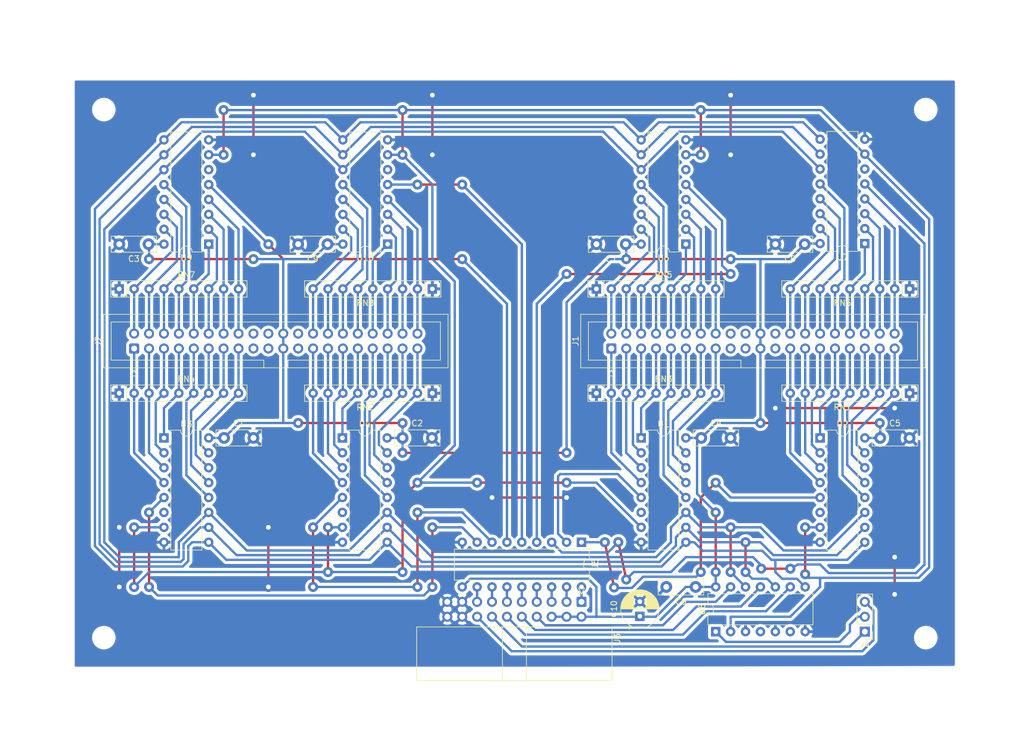
<source format=kicad_pcb>
(kicad_pcb (version 20240108) (generator "pcbnew") (generator_version "8.0")
  (layers (0 "F.Cu" signal) (31 "B.Cu" signal) (34 "B.Paste" user) (35 "F.Paste" user) (36 "B.SilkS" user "B.Silkscreen") (37 "F.SilkS" user "F.Silkscreen") (38 "B.Mask" user) (39 "F.Mask" user) (44 "Edge.Cuts" user))
  (net 0 "")
  (net 1 "+5V")
  (net 2 "GND")
  (net 3 "K01")
  (net 4 "K33")
  (net 5 "K02")
  (net 6 "K34")
  (net 7 "K03")
  (net 8 "K35")
  (net 9 "K04")
  (net 10 "K36")
  (net 11 "K05")
  (net 12 "K37")
  (net 13 "K06")
  (net 14 "K38")
  (net 15 "K07")
  (net 16 "K39")
  (net 17 "K08")
  (net 18 "K40")
  (net 23 "Net-(J3-Pin_14)")
  (net 26 "K09")
  (net 27 "K41")
  (net 28 "K10")
  (net 29 "K42")
  (net 30 "K11")
  (net 31 "K43")
  (net 32 "K12")
  (net 33 "K44")
  (net 34 "K13")
  (net 35 "K45")
  (net 36 "K14")
  (net 37 "K46")
  (net 38 "K15")
  (net 39 "K47")
  (net 40 "K16")
  (net 41 "K48")
  (net 42 "K17")
  (net 43 "K49")
  (net 44 "K18")
  (net 45 "K50")
  (net 46 "K19")
  (net 47 "K51")
  (net 48 "K20")
  (net 49 "K52")
  (net 50 "K21")
  (net 51 "K53")
  (net 52 "K22")
  (net 53 "K54")
  (net 54 "K23")
  (net 55 "K55")
  (net 56 "K24")
  (net 57 "K56")
  (net 62 "Net-(J3-Pin_16)")
  (net 65 "K25")
  (net 66 "K57")
  (net 67 "K26")
  (net 68 "K58")
  (net 69 "K27")
  (net 70 "K59")
  (net 71 "K28")
  (net 72 "K60")
  (net 73 "K29")
  (net 74 "K61")
  (net 75 "K30")
  (net 76 "K62")
  (net 77 "K31")
  (net 78 "K63")
  (net 79 "K32")
  (net 80 "K64")
  (net 81 "Net-(J3-Pin_1)")
  (net 82 "Net-(J3-Pin_3)")
  (net 83 "Net-(J3-Pin_5)")
  (net 84 "Net-(J4-Pin_2)")
  (net 85 "Net-(J3-Pin_7)")
  (net 86 "Net-(J3-Pin_8)")
  (net 87 "Net-(J3-Pin_9)")
  (net 88 "Net-(J3-Pin_10)")
  (net 89 "Net-(J3-Pin_11)")
  (net 90 "Net-(J3-Pin_12)")
  (net 91 "Net-(J3-Pin_13)")
  (net 92 "Net-(J3-Pin_15)")
  (net 93 "O1")
  (net 95 "En")
  (net 96 "S2")
  (net 97 "S1")
  (net 98 "S0")
  (net 99 "O5")
  (net 101 "O7")
  (net 103 "O2")
  (net 105 "O3")
  (net 106 "O4")
  (net 107 "O6")
  (net 108 "O8")
  (footprint "Capacitor_THT:CP_Radial_D6.3mm_P2.50mm" (layer "F.Cu") (at 172.5 132 90)
    (property "Reference" "C10")
    (property "Value" "10uF")
  )
  (footprint "MountingHole:MountingHole_3.2mm_M3" (layer "F.Cu") (at 81.2 135.64)
    (property "Reference" "H1" (hide yes))
    (property "Value" "MountingHole")
  )
  (footprint "Resistor_THT:R_Array_SIP9" (layer "F.Cu") (at 218.44 76.2 180)
    (property "Reference" "RN6")
    (property "Value" "10k")
  )
  (footprint "Capacitor_THT:C_Disc_D7.5mm_W2.5mm_P5.00mm" (layer "F.Cu") (at 170.1 68.58 180)
    (property "Reference" "C7")
    (property "Value" "100nF")
  )
  (footprint "Connector_IDC:IDC-Header_2x10_P2.54mm_Horizontal" (layer "F.Cu") (at 162.56 129.54 -90)
    (property "Reference" "J3")
    (property "Value" "Encoder")
  )
  (footprint "Resistor_THT:R_Array_SIP9" (layer "F.Cu") (at 83.82 93.98)
    (property "Reference" "RN4")
    (property "Value" "10k")
  )
  (footprint "Package_DIP:DIP-18_W7.62mm" (layer "F.Cu") (at 162.56 119.38 -90)
    (property "Reference" "U5")
    (property "Value" "ULN2803A")
  )
  (footprint "Capacitor_THT:C_Disc_D7.5mm_W2.5mm_P5.00mm" (layer "F.Cu") (at 182.96 101.6)
    (property "Reference" "C4")
    (property "Value" "100nF")
  )
  (footprint "Resistor_THT:R_Array_SIP9" (layer "F.Cu") (at 137.16 93.98 180)
    (property "Reference" "RN2")
    (property "Value" "10k")
  )
  (footprint "Connector_IDC:IDC-Header_2x20_P2.54mm_Vertical" (layer "F.Cu") (at 167.64 86.36 90)
    (property "Reference" "J1")
    (property "Value" "Keyboard1")
  )
  (footprint "MountingHole:MountingHole_3.2mm_M3" (layer "F.Cu") (at 81.2 45.64)
    (property "Reference" "H3" (hide yes))
    (property "Value" "MountingHole")
  )
  (footprint "Capacitor_THT:C_Disc_D7.5mm_W2.5mm_P5.00mm" (layer "F.Cu") (at 213.44 101.6)
    (property "Reference" "C5")
    (property "Value" "100nF")
  )
  (footprint "Resistor_THT:R_Array_SIP9" (layer "F.Cu") (at 165.1 93.98)
    (property "Reference" "RN3")
    (property "Value" "10k")
  )
  (footprint "Capacitor_THT:C_Disc_D7.5mm_W2.5mm_P5.00mm" (layer "F.Cu") (at 132.08 101.6)
    (property "Reference" "C2")
    (property "Value" "100nF")
  )
  (footprint "Capacitor_THT:C_Disc_D7.5mm_W2.5mm_P5.00mm" (layer "F.Cu") (at 200.58 68.58 180)
    (property "Reference" "C8")
    (property "Value" "100nF")
  )
  (footprint "Capacitor_THT:C_Disc_D7.5mm_W2.5mm_P5.00mm" (layer "F.Cu") (at 119.3 68.58 180)
    (property "Reference" "C9")
    (property "Value" "100nF")
  )
  (footprint "Package_DIP:DIP-16_W7.62mm" (layer "F.Cu") (at 210.82 68.47 180)
    (property "Reference" "U7")
    (property "Value" "74LS151")
  )
  (footprint "Package_DIP:DIP-16_W7.62mm" (layer "F.Cu") (at 180.34 68.58 180)
    (property "Reference" "U6")
    (property "Value" "74LS151")
  )
  (footprint "Package_DIP:DIP-16_W7.62mm" (layer "F.Cu") (at 203.2 101.6)
    (property "Reference" "U2")
    (property "Value" "74LS151")
  )
  (footprint "Package_DIP:DIP-16_W7.62mm" (layer "F.Cu") (at 129.54 68.58 180)
    (property "Reference" "U10")
    (property "Value" "74LS151")
  )
  (footprint "MountingHole:MountingHole_3.2mm_M3" (layer "F.Cu") (at 221.2 135.64)
    (property "Reference" "H4" (hide yes))
    (property "Value" "MountingHole")
  )
  (footprint "Capacitor_THT:C_Disc_D7.5mm_W2.5mm_P5.00mm" (layer "F.Cu") (at 182 127 180)
    (property "Reference" "C6")
    (property "Value" "100nF")
  )
  (footprint "Resistor_THT:R_Array_SIP9" (layer "F.Cu") (at 218.44 93.98 180)
    (property "Reference" "RN1")
    (property "Value" "10k")
  )
  (footprint "Package_DIP:DIP-16_W7.62mm" (layer "F.Cu") (at 121.84 101.6)
    (property "Reference" "U4")
    (property "Value" "74LS151")
  )
  (footprint "Package_DIP:DIP-16_W7.62mm" (layer "F.Cu") (at 99.06 68.58 180)
    (property "Reference" "U9")
    (property "Value" "74LS151")
  )
  (footprint "Connector_PinHeader_2.54mm:PinHeader_1x03_P2.54mm_Vertical" (layer "F.Cu") (at 210.82 134.62 180)
    (property "Reference" "J4")
    (property "Value" "Select")
  )
  (footprint "Resistor_THT:R_Array_SIP9" (layer "F.Cu") (at 83.82 76.2)
    (property "Reference" "RN7")
    (property "Value" "10k")
  )
  (footprint "Package_DIP:DIP-16_W7.62mm" (layer "F.Cu") (at 91.44 101.6)
    (property "Reference" "U3")
    (property "Value" "74LS151")
  )
  (footprint "MountingHole:MountingHole_3.2mm_M3" (layer "F.Cu") (at 221.2 45.64)
    (property "Reference" "H2" (hide yes))
    (property "Value" "MountingHole")
  )
  (footprint "Package_DIP:DIP-16_W7.62mm" (layer "F.Cu") (at 172.72 101.6)
    (property "Reference" "U1")
    (property "Value" "74LS151")
  )
  (footprint "Capacitor_THT:C_Disc_D7.5mm_W2.5mm_P5.00mm" (layer "F.Cu") (at 88.82 68.58 180)
    (property "Reference" "C3")
    (property "Value" "100nF")
  )
  (footprint "Connector_IDC:IDC-Header_2x20_P2.54mm_Vertical" (layer "F.Cu") (at 86.36 86.36 90)
    (property "Reference" "J2")
    (property "Value" "Keyboard1")
  )
  (footprint "Resistor_THT:R_Array_SIP9" (layer "F.Cu") (at 165.1 76.2)
    (property "Reference" "RN5")
    (property "Value" "10k")
  )
  (footprint "Resistor_THT:R_Array_SIP9" (layer "F.Cu") (at 137.16 76.2 180)
    (property "Reference" "RN8")
    (property "Value" "10k")
  )
  (footprint "Package_DIP:DIP-14_W7.62mm" (layer "F.Cu") (at 185.42 134.62 90)
    (property "Reference" "U8")
    (property "Value" "4069")
  )
  (footprint "Capacitor_THT:C_Disc_D7.5mm_W2.5mm_P5.00mm" (layer "F.Cu") (at 101.68 101.6)
    (property "Reference" "C1")
    (property "Value" "100nF")
  )
  (gr_rect (start 76.2 40.64) (end 226.2 140.64) (stroke (width 0.05)) (fill none) (layer "Edge.Cuts"))
  (segment (start 106.68 71.12) (end 88.9 71.12) (width 0.4) (layer "F.Cu") (net 1))
  (segment (start 213.36 99.06) (end 193.04 99.06) (width 0.4) (layer "F.Cu") (net 1))
  (segment (start 132.08 99.06) (end 114.3 99.06) (width 0.4) (layer "F.Cu") (net 1))
  (segment (start 185.42 124.46) (end 185.42 114.3) (width 0.4) (layer "F.Cu") (net 1))
  (segment (start 187.96 71.12) (end 170.18 71.12) (width 0.4) (layer "F.Cu") (net 1))
  (segment (start 132.08 104.14) (end 160.02 104.14) (width 0.4) (layer "F.Cu") (net 1))
  (via (at 170.18 71.12) (size 1.7) (drill 0.8) (layers "F.Cu" "B.Cu") (net 1))
  (via (at 132.08 104.14) (size 1.7) (drill 0.8) (layers "F.Cu" "B.Cu") (net 1))
  (via (at 213.36 99.06) (size 1.7) (drill 0.8) (layers "F.Cu" "B.Cu") (net 1))
  (via (at 88.9 71.12) (size 1.7) (drill 0.8) (layers "F.Cu" "B.Cu") (net 1))
  (via (at 193.04 99.06) (size 1.7) (drill 0.8) (layers "F.Cu" "B.Cu") (net 1))
  (via (at 160.02 104.14) (size 1.7) (drill 0.8) (layers "F.Cu" "B.Cu") (net 1))
  (via (at 185.42 114.3) (size 1.7) (drill 0.8) (layers "F.Cu" "B.Cu") (net 1))
  (via (at 187.96 71.12) (size 1.7) (drill 0.8) (layers "F.Cu" "B.Cu") (net 1))
  (via (at 132.08 99.06) (size 1.7) (drill 0.8) (layers "F.Cu" "B.Cu") (net 1))
  (via (at 106.68 71.12) (size 1.7) (drill 0.8) (layers "F.Cu" "B.Cu") (net 1))
  (via (at 114.3 99.06) (size 1.7) (drill 0.8) (layers "F.Cu" "B.Cu") (net 1))
  (via (at 185.42 124.46) (size 1.7) (drill 0.8) (layers "F.Cu" "B.Cu") (net 1))
  (segment (start 88.9 71.12) (end 88.9 68.58) (width 0.4) (layer "B.Cu") (net 1))
  (segment (start 198.04 71.12) (end 200.58 68.58) (width 0.4) (layer "B.Cu") (net 1))
  (segment (start 193.04 71.12) (end 198.04 71.12) (width 0.4) (layer "B.Cu") (net 1))
  (segment (start 170.1 68.58) (end 172.72 68.58) (width 0.4) (layer "B.Cu") (net 1))
  (segment (start 160.02 104.14) (end 160.02 78.48) (width 0.4) (layer "B.Cu") (net 1))
  (segment (start 99.06 101.6) (end 101.68 101.6) (width 0.4) (layer "B.Cu") (net 1))
  (segment (start 160.02 78.48) (end 167.38 71.12) (width 0.4) (layer "B.Cu") (net 1))
  (segment (start 111.76 86.36) (end 111.76 83.82) (width 0.4) (layer "B.Cu") (net 1))
  (segment (start 111.76 99.06) (end 111.76 86.36) (width 0.4) (layer "B.Cu") (net 1))
  (segment (start 132.08 101.6) (end 132.08 104.14) (width 0.4) (layer "B.Cu") (net 1))
  (segment (start 185.5 99.06) (end 182.96 101.6) (width 0.4) (layer "B.Cu") (net 1))
  (segment (start 182.244478 111.124478) (end 182.244478 102.315522) (width 0.4) (layer "B.Cu") (net 1))
  (segment (start 193.04 99.06) (end 193.04 86.36) (width 0.4) (layer "B.Cu") (net 1))
  (segment (start 111.76 83.82) (end 111.76 71.12) (width 0.4) (layer "B.Cu") (net 1))
  (segment (start 180.34 127) (end 185.42 127) (width 0.4) (layer "B.Cu") (net 1))
  (segment (start 114.3 99.06) (end 111.76 99.06) (width 0.4) (layer "B.Cu") (net 1))
  (segment (start 210.82 101.6) (end 213.44 101.6) (width 0.4) (layer "B.Cu") (net 1))
  (segment (start 163.7 125.6) (end 165.1 127) (width 0.4) (layer "B.Cu") (net 1))
  (segment (start 143.64 125.6) (end 163.7 125.6) (width 0.4) (layer "B.Cu") (net 1))
  (segment (start 193.04 99.06) (end 185.5 99.06) (width 0.4) (layer "B.Cu") (net 1))
  (segment (start 121.92 68.58) (end 119.3 68.58) (width 0.4) (layer "B.Cu") (net 1))
  (segment (start 182.244478 102.315522) (end 182.96 101.6) (width 0.4) (layer "B.Cu") (net 1))
  (segment (start 170.18 71.12) (end 170.18 68.66) (width 0.4) (layer "B.Cu") (net 1))
  (segment (start 157.48 132.08) (end 165.1 132.08) (width 0.4) (layer "B.Cu") (net 1))
  (segment (start 193.04 71.12) (end 187.96 71.12) (width 0.4) (layer "B.Cu") (net 1))
  (segment (start 193.04 86.36) (end 193.04 83.82) (width 0.4) (layer "B.Cu") (net 1))
  (segment (start 119.3 68.58) (end 116.76 71.12) (width 0.4) (layer "B.Cu") (net 1))
  (segment (start 213.44 101.6) (end 213.44 99.14) (width 0.4) (layer "B.Cu") (net 1))
  (segment (start 185.42 114.3) (end 182.244478 111.124478) (width 0.4) (layer "B.Cu") (net 1))
  (segment (start 104.22 99.06) (end 101.68 101.6) (width 0.4) (layer "B.Cu") (net 1))
  (segment (start 203.2 68.47) (end 200.69 68.47) (width 0.4) (layer "B.Cu") (net 1))
  (segment (start 213.44 99.14) (end 213.36 99.06) (width 0.4) (layer "B.Cu") (net 1))
  (segment (start 185.42 124.46) (end 185.42 127) (width 0.4) (layer "B.Cu") (net 1))
  (segment (start 167.38 71.12) (end 170.18 71.12) (width 0.4) (layer "B.Cu") (net 1))
  (segment (start 91.44 68.58) (end 88.82 68.58) (width 0.4) (layer "B.Cu") (net 1))
  (segment (start 175.26 132.08) (end 180.34 127) (width 0.4) (layer "B.Cu") (net 1))
  (segment (start 132.08 101.6) (end 132.08 99.06) (width 0.4) (layer "B.Cu") (net 1))
  (segment (start 165.1 132.08) (end 175.26 132.08) (width 0.4) (layer "B.Cu") (net 1))
  (segment (start 165.1 132.08) (end 165.1 127) (width 0.4) (layer "B.Cu") (net 1))
  (segment (start 129.46 101.6) (end 132.08 101.6) (width 0.4) (layer "B.Cu") (net 1))
  (segment (start 180.34 101.6) (end 182.96 101.6) (width 0.4) (layer "B.Cu") (net 1))
  (segment (start 116.76 71.12) (end 106.68 71.12) (width 0.4) (layer "B.Cu") (net 1))
  (segment (start 193.04 83.82) (end 193.04 71.12) (width 0.4) (layer "B.Cu") (net 1))
  (segment (start 111.76 99.06) (end 104.22 99.06) (width 0.4) (layer "B.Cu") (net 1))
  (segment (start 142.24 127) (end 143.64 125.6) (width 0.4) (layer "B.Cu") (net 1))
  (segment (start 106.68 53.34) (end 106.68 43.18) (width 0.4) (layer "F.Cu") (net 2))
  (segment (start 109.22 127) (end 109.22 116.84) (width 0.4) (layer "F.Cu") (net 2))
  (segment (start 137.16 53.34) (end 137.16 43.18) (width 0.4) (layer "F.Cu") (net 2))
  (segment (start 147.32 111.76) (end 160.02 111.76) (width 0.4) (layer "F.Cu") (net 2))
  (segment (start 195.58 96.52) (end 215.9 96.52) (width 0.4) (layer "F.Cu") (net 2))
  (segment (start 83.82 127) (end 83.82 116.84) (width 0.4) (layer "F.Cu") (net 2))
  (segment (start 187.96 53.34) (end 187.96 43.18) (width 0.4) (layer "F.Cu") (net 2))
  (segment (start 215.9 128.27) (end 215.9 121.92) (width 0.4) (layer "F.Cu") (net 2))
  (via (at 137.16 53.34) (size 1.7) (drill 0.8) (layers "F.Cu" "B.Cu") (net 2))
  (via (at 137.16 43.18) (size 1.7) (drill 0.8) (layers "F.Cu" "B.Cu") (net 2))
  (via (at 215.9 96.52) (size 1.7) (drill 0.8) (layers "F.Cu" "B.Cu") (net 2))
  (via (at 147.32 111.76) (size 1.7) (drill 0.8) (layers "F.Cu" "B.Cu") (net 2))
  (via (at 109.22 127) (size 1.7) (drill 0.8) (layers "F.Cu" "B.Cu") (net 2))
  (via (at 187.96 53.34) (size 1.7) (drill 0.8) (layers "F.Cu" "B.Cu") (net 2))
  (via (at 195.58 96.52) (size 1.7) (drill 0.8) (layers "F.Cu" "B.Cu") (net 2))
  (via (at 83.82 116.84) (size 1.7) (drill 0.8) (layers "F.Cu" "B.Cu") (net 2))
  (via (at 187.96 43.18) (size 1.7) (drill 0.8) (layers "F.Cu" "B.Cu") (net 2))
  (via (at 83.82 127) (size 1.7) (drill 0.8) (layers "F.Cu" "B.Cu") (net 2))
  (via (at 109.22 116.84) (size 1.7) (drill 0.8) (layers "F.Cu" "B.Cu") (net 2))
  (via (at 106.68 43.18) (size 1.7) (drill 0.8) (layers "F.Cu" "B.Cu") (net 2))
  (via (at 160.02 111.76) (size 1.7) (drill 0.8) (layers "F.Cu" "B.Cu") (net 2))
  (via (at 106.68 53.34) (size 1.7) (drill 0.8) (layers "F.Cu" "B.Cu") (net 2))
  (via (at 215.9 128.27) (size 1.7) (drill 0.8) (layers "F.Cu" "B.Cu") (net 2))
  (via (at 215.9 121.92) (size 1.7) (drill 0.8) (layers "F.Cu" "B.Cu") (net 2))
  (segment (start 167.64 93.98) (end 167.64 86.36) (width 0.4) (layer "B.Cu") (net 3))
  (segment (start 172.72 109.22) (end 167.64 104.14) (width 0.4) (layer "B.Cu") (net 3))
  (segment (start 167.64 104.14) (end 167.64 93.98) (width 0.4) (layer "B.Cu") (net 3))
  (segment (start 167.64 76.2) (end 167.64 83.82) (width 0.4) (layer "B.Cu") (net 4))
  (segment (start 174.12 67.44) (end 174.12 69.72) (width 0.4) (layer "B.Cu") (net 4))
  (segment (start 172.72 66.04) (end 174.12 67.44) (width 0.4) (layer "B.Cu") (net 4))
  (segment (start 174.12 69.72) (end 167.64 76.2) (width 0.4) (layer "B.Cu") (net 4))
  (segment (start 170.18 104.14) (end 170.18 93.98) (width 0.4) (layer "B.Cu") (net 5))
  (segment (start 170.18 86.36) (end 170.18 93.98) (width 0.4) (layer "B.Cu") (net 5))
  (segment (start 172.72 106.68) (end 170.18 104.14) (width 0.4) (layer "B.Cu") (net 5))
  (segment (start 174.92 71.46) (end 174.92 65.7) (width 0.4) (layer "B.Cu") (net 6))
  (segment (start 170.18 76.2) (end 174.92 71.46) (width 0.4) (layer "B.Cu") (net 6))
  (segment (start 174.92 65.7) (end 172.72 63.5) (width 0.4) (layer "B.Cu") (net 6))
  (segment (start 170.18 83.82) (end 170.18 76.2) (width 0.4) (layer "B.Cu") (net 6))
  (segment (start 171.32 102.74) (end 171.32 95.38) (width 0.4) (layer "B.Cu") (net 7))
  (segment (start 172.72 93.98) (end 172.72 86.36) (width 0.4) (layer "B.Cu") (net 7))
  (segment (start 172.72 104.14) (end 171.32 102.74) (width 0.4) (layer "B.Cu") (net 7))
  (segment (start 171.32 95.38) (end 172.72 93.98) (width 0.4) (layer "B.Cu") (net 7))
  (segment (start 175.72 63.96) (end 175.72 73.2) (width 0.4) (layer "B.Cu") (net 8))
  (segment (start 172.72 60.96) (end 175.72 63.96) (width 0.4) (layer "B.Cu") (net 8))
  (segment (start 175.72 73.2) (end 172.72 76.2) (width 0.4) (layer "B.Cu") (net 8))
  (segment (start 172.72 76.2) (end 172.72 83.82) (width 0.4) (layer "B.Cu") (net 8))
  (segment (start 172.72 101.6) (end 172.72 96.52) (width 0.4) (layer "B.Cu") (net 9))
  (segment (start 172.72 96.52) (end 175.26 93.98) (width 0.4) (layer "B.Cu") (net 9))
  (segment (start 175.26 86.36) (end 175.26 93.98) (width 0.4) (layer "B.Cu") (net 9))
  (segment (start 175.26 76.2) (end 176.52 74.94) (width 0.4) (layer "B.Cu") (net 10))
  (segment (start 175.26 83.82) (end 175.26 76.2) (width 0.4) (layer "B.Cu") (net 10))
  (segment (start 176.52 74.94) (end 176.52 62.22) (width 0.4) (layer "B.Cu") (net 10))
  (segment (start 176.52 62.22) (end 172.72 58.42) (width 0.4) (layer "B.Cu") (net 10))
  (segment (start 176.54 107.96) (end 176.54 95.24) (width 0.4) (layer "B.Cu") (net 11))
  (segment (start 176.54 95.24) (end 177.8 93.98) (width 0.4) (layer "B.Cu") (net 11))
  (segment (start 177.8 93.98) (end 177.8 86.36) (width 0.4) (layer "B.Cu") (net 11))
  (segment (start 180.34 111.76) (end 176.54 107.96) (width 0.4) (layer "B.Cu") (net 11))
  (segment (start 180.34 68.58) (end 180.34 73.66) (width 0.4) (layer "B.Cu") (net 12))
  (segment (start 177.8 83.82) (end 177.8 76.2) (width 0.4) (layer "B.Cu") (net 12))
  (segment (start 180.34 73.66) (end 177.8 76.2) (width 0.4) (layer "B.Cu") (net 12))
  (segment (start 180.34 86.36) (end 180.34 93.98) (width 0.4) (layer "B.Cu") (net 13))
  (segment (start 177.34 106.22) (end 177.34 96.98) (width 0.4) (layer "B.Cu") (net 13))
  (segment (start 180.34 109.22) (end 177.34 106.22) (width 0.4) (layer "B.Cu") (net 13))
  (segment (start 177.34 96.98) (end 180.34 93.98) (width 0.4) (layer "B.Cu") (net 13))
  (segment (start 181.74 67.44) (end 180.34 66.04) (width 0.4) (layer "B.Cu") (net 14))
  (segment (start 180.34 83.82) (end 180.34 76.2) (width 0.4) (layer "B.Cu") (net 14))
  (segment (start 181.74 74.8) (end 181.74 67.44) (width 0.4) (layer "B.Cu") (net 14))
  (segment (start 180.34 76.2) (end 181.74 74.8) (width 0.4) (layer "B.Cu") (net 14))
  (segment (start 182.88 93.98) (end 182.88 86.36) (width 0.4) (layer "B.Cu") (net 15))
  (segment (start 180.34 106.68) (end 178.14 104.48) (width 0.4) (layer "B.Cu") (net 15))
  (segment (start 178.14 104.48) (end 178.14 98.72) (width 0.4) (layer "B.Cu") (net 15))
  (segment (start 178.14 98.72) (end 182.88 93.98) (width 0.4) (layer "B.Cu") (net 15))
  (segment (start 180.34 63.5) (end 182.88 66.04) (width 0.4) (layer "B.Cu") (net 16))
  (segment (start 182.88 66.04) (end 182.88 76.2) (width 0.4) (layer "B.Cu") (net 16))
  (segment (start 182.88 76.2) (end 182.88 83.82) (width 0.4) (layer "B.Cu") (net 16))
  (segment (start 178.94 102.74) (end 178.94 100.46) (width 0.4) (layer "B.Cu") (net 17))
  (segment (start 180.34 104.14) (end 178.94 102.74) (width 0.4) (layer "B.Cu") (net 17))
  (segment (start 178.94 100.46) (end 185.42 93.98) (width 0.4) (layer "B.Cu") (net 17))
  (segment (start 185.42 86.36) (end 185.42 93.98) (width 0.4) (layer "B.Cu") (net 17))
  (segment (start 185.42 76.2) (end 185.42 66.04) (width 0.4) (layer "B.Cu") (net 18))
  (segment (start 185.42 83.82) (end 185.42 76.2) (width 0.4) (layer "B.Cu") (net 18))
  (segment (start 185.42 66.04) (end 180.34 60.96) (width 0.4) (layer "B.Cu") (net 18))
  (segment (start 208.28 137.16) (end 210.82 134.62) (width 0.4) (layer "B.Cu") (net 23))
  (segment (start 152.4 137.16) (end 208.28 137.16) (width 0.4) (layer "B.Cu") (net 23))
  (segment (start 147.32 132.08) (end 152.4 137.16) (width 0.4) (layer "B.Cu") (net 23))
  (segment (start 198.12 93.98) (end 198.12 86.36) (width 0.4) (layer "B.Cu") (net 26))
  (segment (start 198.12 104.14) (end 198.12 93.98) (width 0.4) (layer "B.Cu") (net 26))
  (segment (start 203.2 109.22) (end 198.12 104.14) (width 0.4) (layer "B.Cu") (net 26))
  (segment (start 203.2 65.93) (end 204.6 67.33) (width 0.4) (layer "B.Cu") (net 27))
  (segment (start 204.6 67.33) (end 204.6 69.72) (width 0.4) (layer "B.Cu") (net 27))
  (segment (start 204.6 69.72) (end 198.12 76.2) (width 0.4) (layer "B.Cu") (net 27))
  (segment (start 198.12 76.2) (end 198.12 83.82) (width 0.4) (layer "B.Cu") (net 27))
  (segment (start 200.66 104.14) (end 200.66 93.98) (width 0.4) (layer "B.Cu") (net 28))
  (segment (start 203.2 106.68) (end 200.66 104.14) (width 0.4) (layer "B.Cu") (net 28))
  (segment (start 200.66 86.36) (end 200.66 93.98) (width 0.4) (layer "B.Cu") (net 28))
  (segment (start 205.74 65.93) (end 205.74 71.12) (width 0.4) (layer "B.Cu") (net 29))
  (segment (start 200.66 83.82) (end 200.66 76.2) (width 0.4) (layer "B.Cu") (net 29))
  (segment (start 205.74 71.12) (end 200.66 76.2) (width 0.4) (layer "B.Cu") (net 29))
  (segment (start 203.2 63.39) (end 205.74 65.93) (width 0.4) (layer "B.Cu") (net 29))
  (segment (start 201.8 102.74) (end 201.8 95.38) (width 0.4) (layer "B.Cu") (net 30))
  (segment (start 201.8 95.38) (end 203.2 93.98) (width 0.4) (layer "B.Cu") (net 30))
  (segment (start 203.2 104.14) (end 201.8 102.74) (width 0.4) (layer "B.Cu") (net 30))
  (segment (start 203.2 93.98) (end 203.2 86.36) (width 0.4) (layer "B.Cu") (net 30))
  (segment (start 203.2 76.2) (end 206.54 72.86) (width 0.4) (layer "B.Cu") (net 31))
  (segment (start 206.54 64.19) (end 203.2 60.85) (width 0.4) (layer "B.Cu") (net 31))
  (segment (start 206.54 72.86) (end 206.54 64.19) (width 0.4) (layer "B.Cu") (net 31))
  (segment (start 203.2 76.2) (end 203.2 83.82) (width 0.4) (layer "B.Cu") (net 31))
  (segment (start 203.2 96.52) (end 205.74 93.98) (width 0.4) (layer "B.Cu") (net 32))
  (segment (start 205.74 93.98) (end 205.74 86.36) (width 0.4) (layer "B.Cu") (net 32))
  (segment (start 203.2 101.6) (end 203.2 96.52) (width 0.4) (layer "B.Cu") (net 32))
  (segment (start 205.74 83.82) (end 205.74 76.2) (width 0.4) (layer "B.Cu") (net 33))
  (segment (start 207.34 62.45) (end 207.34 74.6) (width 0.4) (layer "B.Cu") (net 33))
  (segment (start 203.2 58.31) (end 207.34 62.45) (width 0.4) (layer "B.Cu") (net 33))
  (segment (start 207.34 74.6) (end 205.74 76.2) (width 0.4) (layer "B.Cu") (net 33))
  (segment (start 210.82 111.76) (end 207.02 107.96) (width 0.4) (layer "B.Cu") (net 34))
  (segment (start 207.02 95.24) (end 208.28 93.98) (width 0.4) (layer "B.Cu") (net 34))
  (segment (start 207.02 107.96) (end 207.02 95.24) (width 0.4) (layer "B.Cu") (net 34))
  (segment (start 208.28 93.98) (end 208.28 86.36) (width 0.4) (layer "B.Cu") (net 34))
  (segment (start 210.82 73.66) (end 208.28 76.2) (width 0.4) (layer "B.Cu") (net 35))
  (segment (start 210.82 68.47) (end 210.82 73.66) (width 0.4) (layer "B.Cu") (net 35))
  (segment (start 208.28 83.82) (end 208.28 76.2) (width 0.4) (layer "B.Cu") (net 35))
  (segment (start 210.82 86.36) (end 210.82 93.98) (width 0.4) (layer "B.Cu") (net 36))
  (segment (start 210.82 109.22) (end 207.82 106.22) (width 0.4) (layer "B.Cu") (net 36))
  (segment (start 207.82 96.98) (end 210.82 93.98) (width 0.4) (layer "B.Cu") (net 36))
  (segment (start 207.82 106.22) (end 207.82 96.98) (width 0.4) (layer "B.Cu") (net 36))
  (segment (start 210.82 65.93) (end 212.22 67.33) (width 0.4) (layer "B.Cu") (net 37))
  (segment (start 210.82 76.2) (end 210.82 83.82) (width 0.4) (layer "B.Cu") (net 37))
  (segment (start 212.22 67.33) (end 212.22 74.8) (width 0.4) (layer "B.Cu") (net 37))
  (segment (start 212.22 74.8) (end 210.82 76.2) (width 0.4) (layer "B.Cu") (net 37))
  (segment (start 213.36 93.98) (end 213.36 86.36) (width 0.4) (layer "B.Cu") (net 38))
  (segment (start 210.82 106.68) (end 208.62 104.48) (width 0.4) (layer "B.Cu") (net 38))
  (segment (start 208.62 98.72) (end 213.36 93.98) (width 0.4) (layer "B.Cu") (net 38))
  (segment (start 208.62 104.48) (end 208.62 98.72) (width 0.4) (layer "B.Cu") (net 38))
  (segment (start 213.36 65.93) (end 210.82 63.39) (width 0.4) (layer "B.Cu") (net 39))
  (segment (start 213.36 76.2) (end 213.36 65.93) (width 0.4) (layer "B.Cu") (net 39))
  (segment (start 213.36 83.82) (end 213.36 76.2) (width 0.4) (layer "B.Cu") (net 39))
  (segment (start 209.42 102.74) (end 209.42 100.46) (width 0.4) (layer "B.Cu") (net 40))
  (segment (start 215.9 86.36) (end 215.9 93.98) (width 0.4) (layer "B.Cu") (net 40))
  (segment (start 210.82 104.14) (end 209.42 102.74) (width 0.4) (layer "B.Cu") (net 40))
  (segment (start 209.42 100.46) (end 215.9 93.98) (width 0.4) (layer "B.Cu") (net 40))
  (segment (start 215.9 65.93) (end 215.9 76.2) (width 0.4) (layer "B.Cu") (net 41))
  (segment (start 210.82 60.85) (end 215.9 65.93) (width 0.4) (layer "B.Cu") (net 41))
  (segment (start 215.9 76.2) (end 215.9 83.82) (width 0.4) (layer "B.Cu") (net 41))
  (segment (start 86.36 86.36) (end 86.36 93.98) (width 0.4) (layer "B.Cu") (net 42))
  (segment (start 91.44 109.22) (end 86.36 104.14) (width 0.4) (layer "B.Cu") (net 42))
  (segment (start 86.36 104.14) (end 86.36 93.98) (width 0.4) (layer "B.Cu") (net 42))
  (segment (start 92.84 67.44) (end 92.84 69.72) (width 0.4) (layer "B.Cu") (net 43))
  (segment (start 86.36 76.2) (end 86.36 83.82) (width 0.4) (layer "B.Cu") (net 43))
  (segment (start 91.44 66.04) (end 92.84 67.44) (width 0.4) (layer "B.Cu") (net 43))
  (segment (start 92.84 69.72) (end 86.36 76.2) (width 0.4) (layer "B.Cu") (net 43))
  (segment (start 88.9 104.14) (end 88.9 93.98) (width 0.4) (layer "B.Cu") (net 44))
  (segment (start 91.44 106.68) (end 88.9 104.14) (width 0.4) (layer "B.Cu") (net 44))
  (segment (start 88.9 93.98) (end 88.9 86.36) (width 0.4) (layer "B.Cu") (net 44))
  (segment (start 88.9 83.82) (end 88.9 76.2) (width 0.4) (layer "B.Cu") (net 45))
  (segment (start 93.64 71.46) (end 88.9 76.2) (width 0.4) (layer "B.Cu") (net 45))
  (segment (start 93.64 65.7) (end 93.64 71.46) (width 0.4) (layer "B.Cu") (net 45))
  (segment (start 91.44 63.5) (end 93.64 65.7) (width 0.4) (layer "B.Cu") (net 45))
  (segment (start 91.44 86.36) (end 91.44 93.98) (width 0.4) (layer "B.Cu") (net 46))
  (segment (start 91.44 104.14) (end 90.04 102.74) (width 0.4) (layer "B.Cu") (net 46))
  (segment (start 90.04 102.74) (end 90.04 95.38) (width 0.4) (layer "B.Cu") (net 46))
  (segment (start 90.04 95.38) (end 91.44 93.98) (width 0.4) (layer "B.Cu") (net 46))
  (segment (start 91.44 60.96) (end 94.44 63.96) (width 0.4) (layer "B.Cu") (net 47))
  (segment (start 94.44 63.96) (end 94.44 73.2) (width 0.4) (layer "B.Cu") (net 47))
  (segment (start 94.44 73.2) (end 91.44 76.2) (width 0.4) (layer "B.Cu") (net 47))
  (segment (start 91.44 76.2) (end 91.44 83.82) (width 0.4) (layer "B.Cu") (net 47))
  (segment (start 93.98 93.98) (end 93.98 86.36) (width 0.4) (layer "B.Cu") (net 48))
  (segment (start 91.44 101.6) (end 91.44 96.52) (width 0.4) (layer "B.Cu") (net 48))
  (segment (start 91.44 96.52) (end 93.98 93.98) (width 0.4) (layer "B.Cu") (net 48))
  (segment (start 95.24 62.22) (end 91.44 58.42) (width 0.4) (layer "B.Cu") (net 49))
  (segment (start 93.98 76.2) (end 93.98 83.82) (width 0.4) (layer "B.Cu") (net 49))
  (segment (start 93.98 76.2) (end 95.24 74.94) (width 0.4) (layer "B.Cu") (net 49))
  (segment (start 95.24 74.94) (end 95.24 62.22) (width 0.4) (layer "B.Cu") (net 49))
  (segment (start 95.26 107.96) (end 95.26 95.24) (width 0.4) (layer "B.Cu") (net 50))
  (segment (start 96.52 86.36) (end 96.52 93.98) (width 0.4) (layer "B.Cu") (net 50))
  (segment (start 99.06 111.76) (end 95.26 107.96) (width 0.4) (layer "B.Cu") (net 50))
  (segment (start 95.26 95.24) (end 96.52 93.98) (width 0.4) (layer "B.Cu") (net 50))
  (segment (start 96.52 83.82) (end 96.52 76.2) (width 0.4) (layer "B.Cu") (net 51))
  (segment (start 99.06 73.66) (end 96.52 76.2) (width 0.4) (layer "B.Cu") (net 51))
  (segment (start 99.06 68.58) (end 99.06 73.66) (width 0.4) (layer "B.Cu") (net 51))
  (segment (start 96.06 96.98) (end 99.06 93.98) (width 0.4) (layer "B.Cu") (net 52))
  (segment (start 99.06 93.98) (end 99.06 86.36) (width 0.4) (layer "B.Cu") (net 52))
  (segment (start 96.06 106.22) (end 96.06 96.98) (width 0.4) (layer "B.Cu") (net 52))
  (segment (start 99.06 109.22) (end 96.06 106.22) (width 0.4) (layer "B.Cu") (net 52))
  (segment (start 100.46 67.44) (end 100.46 74.8) (width 0.4) (layer "B.Cu") (net 53))
  (segment (start 99.06 76.2) (end 99.06 83.82) (width 0.4) (layer "B.Cu") (net 53))
  (segment (start 99.06 66.04) (end 100.46 67.44) (width 0.4) (layer "B.Cu") (net 53))
  (segment (start 100.46 74.8) (end 99.06 76.2) (width 0.4) (layer "B.Cu") (net 53))
  (segment (start 96.86 98.72) (end 101.6 93.98) (width 0.4) (layer "B.Cu") (net 54))
  (segment (start 99.06 106.68) (end 96.86 104.48) (width 0.4) (layer "B.Cu") (net 54))
  (segment (start 101.6 86.36) (end 101.6 93.98) (width 0.4) (layer "B.Cu") (net 54))
  (segment (start 96.86 104.48) (end 96.86 98.72) (width 0.4) (layer "B.Cu") (net 54))
  (segment (start 101.6 66.04) (end 101.6 76.2) (width 0.4) (layer "B.Cu") (net 55))
  (segment (start 101.6 83.82) (end 101.6 76.2) (width 0.4) (layer "B.Cu") (net 55))
  (segment (start 99.06 63.5) (end 101.6 66.04) (width 0.4) (layer "B.Cu") (net 55))
  (segment (start 99.06 104.14) (end 97.66 102.74) (width 0.4) (layer "B.Cu") (net 56))
  (segment (start 97.66 100.46) (end 104.14 93.98) (width 0.4) (layer "B.Cu") (net 56))
  (segment (start 104.14 93.98) (end 104.14 86.36) (width 0.4) (layer "B.Cu") (net 56))
  (segment (start 97.66 102.74) (end 97.66 100.46) (width 0.4) (layer "B.Cu") (net 56))
  (segment (start 104.14 76.2) (end 104.14 83.82) (width 0.4) (layer "B.Cu") (net 57))
  (segment (start 99.06 60.96) (end 104.14 66.04) (width 0.4) (layer "B.Cu") (net 57))
  (segment (start 104.14 66.04) (end 104.14 76.2) (width 0.4) (layer "B.Cu") (net 57))
  (segment (start 212.27 130.99) (end 210.82 129.54) (width 0.4) (layer "B.Cu") (net 62))
  (segment (start 210.38 137.96) (end 212.27 136.07) (width 0.4) (layer "B.Cu") (net 62))
  (segment (start 150.66 137.96) (end 210.38 137.96) (width 0.4) (layer "B.Cu") (net 62))
  (segment (start 144.78 132.08) (end 150.66 137.96) (width 0.4) (layer "B.Cu") (net 62))
  (segment (start 212.27 136.07) (end 212.27 130.99) (width 0.4) (layer "B.Cu") (net 62))
  (segment (start 116.84 104.22) (end 116.84 93.98) (width 0.4) (layer "B.Cu") (net 65))
  (segment (start 121.84 109.22) (end 116.84 104.22) (width 0.4) (layer "B.Cu") (net 65))
  (segment (start 116.84 86.36) (end 116.84 93.98) (width 0.4) (layer "B.Cu") (net 65))
  (segment (start 123.32 67.44) (end 123.32 69.72) (width 0.4) (layer "B.Cu") (net 66))
  (segment (start 123.32 69.72) (end 116.84 76.2) (width 0.4) (layer "B.Cu") (net 66))
  (segment (start 121.92 66.04) (end 123.32 67.44) (width 0.4) (layer "B.Cu") (net 66))
  (segment (start 116.84 83.82) (end 116.84 76.2) (width 0.4) (layer "B.Cu") (net 66))
  (segment (start 119.38 104.22) (end 119.38 93.98) (width 0.4) (layer "B.Cu") (net 67))
  (segment (start 119.38 93.98) (end 119.38 86.36) (width 0.4) (layer "B.Cu") (net 67))
  (segment (start 121.84 106.68) (end 119.38 104.22) (width 0.4) (layer "B.Cu") (net 67))
  (segment (start 119.38 76.2) (end 119.38 83.82) (width 0.4) (layer "B.Cu") (net 68))
  (segment (start 124.46 66.04) (end 124.46 71.12) (width 0.4) (layer "B.Cu") (net 68))
  (segment (start 124.46 71.12) (end 119.38 76.2) (width 0.4) (layer "B.Cu") (net 68))
  (segment (start 121.92 63.5) (end 124.46 66.04) (width 0.4) (layer "B.Cu") (net 68))
  (segment (start 120.44 102.74) (end 120.44 95.46) (width 0.4) (layer "B.Cu") (net 69))
  (segment (start 121.92 86.36) (end 121.92 93.98) (width 0.4) (layer "B.Cu") (net 69))
  (segment (start 121.84 104.14) (end 120.44 102.74) (width 0.4) (layer "B.Cu") (net 69))
  (segment (start 120.44 95.46) (end 121.92 93.98) (width 0.4) (layer "B.Cu") (net 69))
  (segment (start 125.26 64.3) (end 125.26 72.86) (width 0.4) (layer "B.Cu") (net 70))
  (segment (start 125.26 72.86) (end 121.92 76.2) (width 0.4) (layer "B.Cu") (net 70))
  (segment (start 121.92 60.96) (end 125.26 64.3) (width 0.4) (layer "B.Cu") (net 70))
  (segment (start 121.92 83.82) (end 121.92 76.2) (width 0.4) (layer "B.Cu") (net 70))
  (segment (start 121.84 96.6) (end 124.46 93.98) (width 0.4) (layer "B.Cu") (net 71))
  (segment (start 121.84 101.6) (end 121.84 96.6) (width 0.4) (layer "B.Cu") (net 71))
  (segment (start 124.46 93.98) (end 124.46 86.36) (width 0.4) (layer "B.Cu") (net 71))
  (segment (start 126.06 74.6) (end 124.46 76.2) (width 0.4) (layer "B.Cu") (net 72))
  (segment (start 124.46 76.2) (end 124.46 83.82) (width 0.4) (layer "B.Cu") (net 72))
  (segment (start 121.92 58.42) (end 126.06 62.56) (width 0.4) (layer "B.Cu") (net 72))
  (segment (start 126.06 62.56) (end 126.06 74.6) (width 0.4) (layer "B.Cu") (net 72))
  (segment (start 125.66 107.96) (end 125.66 95.32) (width 0.4) (layer "B.Cu") (net 73))
  (segment (start 127 86.36) (end 127 93.98) (width 0.4) (layer "B.Cu") (net 73))
  (segment (start 125.66 95.32) (end 127 93.98) (width 0.4) (layer "B.Cu") (net 73))
  (segment (start 129.46 111.76) (end 125.66 107.96) (width 0.4) (layer "B.Cu") (net 73))
  (segment (start 127 83.82) (end 127 76.2) (width 0.4) (layer "B.Cu") (net 74))
  (segment (start 127 71.12) (end 127 76.2) (width 0.4) (layer "B.Cu") (net 74))
  (segment (start 129.54 68.58) (end 127 71.12) (width 0.4) (layer "B.Cu") (net 74))
  (segment (start 126.46 97.06) (end 129.54 93.98) (width 0.4) (layer "B.Cu") (net 75))
  (segment (start 129.54 93.98) (end 129.54 86.36) (width 0.4) (layer "B.Cu") (net 75))
  (segment (start 126.46 106.22) (end 126.46 97.06) (width 0.4) (layer "B.Cu") (net 75))
  (segment (start 129.46 109.22) (end 126.46 106.22) (width 0.4) (layer "B.Cu") (net 75))
  (segment (start 129.54 66.04) (end 130.94 67.44) (width 0.4) (layer "B.Cu") (net 76))
  (segment (start 129.54 83.82) (end 129.54 76.2) (width 0.4) (layer "B.Cu") (net 76))
  (segment (start 130.94 67.44) (end 130.94 74.8) (width 0.4) (layer "B.Cu") (net 76))
  (segment (start 130.94 74.8) (end 129.54 76.2) (width 0.4) (layer "B.Cu") (net 76))
  (segment (start 127.26 104.48) (end 127.26 98.8) (width 0.4) (layer "B.Cu") (net 77))
  (segment (start 132.08 86.36) (end 132.08 93.98) (width 0.4) (layer "B.Cu") (net 77))
  (segment (start 129.46 106.68) (end 127.26 104.48) (width 0.4) (layer "B.Cu") (net 77))
  (segment (start 127.26 98.8) (end 132.08 93.98) (width 0.4) (layer "B.Cu") (net 77))
  (segment (start 129.54 63.5) (end 132.08 66.04) (width 0.4) (layer "B.Cu") (net 78))
  (segment (start 132.08 66.04) (end 132.08 76.2) (width 0.4) (layer "B.Cu") (net 78))
  (segment (start 132.08 76.2) (end 132.08 83.82) (width 0.4) (layer "B.Cu") (net 78))
  (segment (start 128.06 100.54) (end 134.62 93.98) (width 0.4) (layer "B.Cu") (net 79))
  (segment (start 134.62 93.98) (end 134.62 86.36) (width 0.4) (layer "B.Cu") (net 79))
  (segment (start 129.46 104.14) (end 128.06 102.74) (width 0.4) (layer "B.Cu") (net 79))
  (segment (start 128.06 102.74) (end 128.06 100.54) (width 0.4) (layer "B.Cu") (net 79))
  (segment (start 134.62 66.04) (end 134.62 76.2) (width 0.4) (layer "B.Cu") (net 80))
  (segment (start 129.54 60.96) (end 134.62 66.04) (width 0.4) (layer "B.Cu") (net 80))
  (segment (start 134.62 76.2) (end 134.62 83.82) (width 0.4) (layer "B.Cu") (net 80))
  (segment (start 162.56 127) (end 162.56 129.54) (width 0.4) (layer "B.Cu") (net 81))
  (segment (start 160.02 129.54) (end 160.02 127) (width 0.4) (layer "B.Cu") (net 82))
  (segment (start 157.48 127) (end 157.48 129.54) (width 0.4) (layer "B.Cu") (net 83))
  (segment (start 208.28 134.62) (end 208.28 133.417919) (width 0.4) (layer "B.Cu") (net 84))
  (segment (start 185.42 134.62) (end 187.16 136.36) (width 0.4) (layer "B.Cu") (net 84))
  (segment (start 187.16 136.36) (end 206.54 136.36) (width 0.4) (layer "B.Cu") (net 84))
  (segment (start 209.617919 132.08) (end 210.82 132.08) (width 0.4) (layer "B.Cu") (net 84))
  (segment (start 208.28 133.417919) (end 209.617919 132.08) (width 0.4) (layer "B.Cu") (net 84))
  (segment (start 206.54 136.36) (end 208.28 134.62) (width 0.4) (layer "B.Cu") (net 84))
  (segment (start 154.94 129.54) (end 154.94 127) (width 0.4) (layer "B.Cu") (net 85))
  (segment (start 154.94 132.08) (end 156.39 133.53) (width 0.4) (layer "B.Cu") (net 86))
  (segment (start 180.42 129.54) (end 185.42 129.54) (width 0.4) (layer "B.Cu") (net 86))
  (segment (start 156.39 133.53) (end 176.35 133.53) (width 0.4) (layer "B.Cu") (net 86))
  (segment (start 185.42 129.54) (end 187.96 127) (width 0.4) (layer "B.Cu") (net 86))
  (segment (start 176.43 133.53) (end 180.42 129.54) (width 0.4) (layer "B.Cu") (net 86))
  (segment (start 152.4 129.54) (end 152.4 127) (width 0.4) (layer "B.Cu") (net 87))
  (segment (start 189.7 130.34) (end 182.16 130.34) (width 0.4) (layer "B.Cu") (net 88))
  (segment (start 154.65 134.33) (end 178.09 134.33) (width 0.4) (layer "B.Cu") (net 88))
  (segment (start 193.04 127) (end 189.7 130.34) (width 0.4) (layer "B.Cu") (net 88))
  (segment (start 178.17 134.33) (end 182.16 130.34) (width 0.4) (layer "B.Cu") (net 88))
  (segment (start 152.4 132.08) (end 154.65 134.33) (width 0.4) (layer "B.Cu") (net 88))
  (segment (start 149.86 127) (end 149.86 129.54) (width 0.4) (layer "B.Cu") (net 89))
  (segment (start 183.82 131.14) (end 179.83 135.13) (width 0.4) (layer "B.Cu") (net 90))
  (segment (start 179.83 135.13) (end 152.91 135.13) (width 0.4) (layer "B.Cu") (net 90))
  (segment (start 193.98 131.14) (end 183.82 131.14) (width 0.4) (layer "B.Cu") (net 90))
  (segment (start 152.91 135.13) (end 149.86 132.08) (width 0.4) (layer "B.Cu") (net 90))
  (segment (start 198.12 127) (end 193.98 131.14) (width 0.4) (layer "B.Cu") (net 90))
  (segment (start 147.32 129.54) (end 147.32 127) (width 0.4) (layer "B.Cu") (net 91))
  (segment (start 144.78 127) (end 144.78 129.54) (width 0.4) (layer "B.Cu") (net 92))
  (segment (start 160.02 119.38) (end 158.57 117.93) (width 0.4) (layer "B.Cu") (net 93))
  (segment (start 172.72 111.76) (end 168.73 107.77) (width 0.4) (layer "B.Cu") (net 93))
  (segment (start 168.73 107.77) (end 158.93 107.77) (width 0.4) (layer "B.Cu") (net 93))
  (segment (start 158.57 108.13) (end 158.93 107.77) (width 0.4) (layer "B.Cu") (net 93))
  (segment (start 158.57 117.93) (end 158.57 108.13) (width 0.4) (layer "B.Cu") (net 93))
  (segment (start 200.66 124.83929) (end 200.66 116.84) (width 0.4) (layer "F.Cu") (net 95))
  (segment (start 182.88 45.72) (end 182.88 53.34) (width 0.4) (layer "F.Cu") (net 95))
  (segment (start 144.78 109.22) (end 160.02 109.22) (width 0.4) (layer "F.Cu") (net 95))
  (segment (start 132.08 45.72) (end 132.08 53.34) (width 0.4) (layer "F.Cu") (net 95))
  (segment (start 86.36 127) (end 86.36 116.84) (width 0.4) (layer "F.Cu") (net 95))
  (segment (start 132.08 124.46) (end 132.08 111.76) (width 0.4) (layer "F.Cu") (net 95))
  (segment (start 134.62 109.22) (end 132.08 111.76) (width 0.4) (layer "F.Cu") (net 95))
  (segment (start 101.6 53.34) (end 101.6 45.72) (width 0.4) (layer "F.Cu") (net 95))
  (segment (start 119.38 124.46) (end 119.38 116.84) (width 0.4) (layer "F.Cu") (net 95))
  (via (at 86.36 116.84) (size 1.7) (drill 0.8) (layers "F.Cu" "B.Cu") (net 95))
  (via (at 134.62 109.22) (size 1.7) (drill 0.8) (layers "F.Cu" "B.Cu") (net 95))
  (via (at 144.78 109.22) (size 1.7) (drill 0.8) (layers "F.Cu" "B.Cu") (net 95))
  (via (at 160.02 109.22) (size 1.7) (drill 0.8) (layers "F.Cu" "B.Cu") (net 95))
  (via (at 132.08 45.72) (size 1.7) (drill 0.8) (layers "F.Cu" "B.Cu") (net 95))
  (via (at 101.6 45.72) (size 1.7) (drill 0.8) (layers "F.Cu" "B.Cu") (net 95))
  (via (at 119.38 116.84) (size 1.7) (drill 0.8) (layers "F.Cu" "B.Cu") (net 95))
  (via (at 132.08 124.46) (size 1.7) (drill 0.8) (layers "F.Cu" "B.Cu") (net 95))
  (via (at 119.38 124.46) (size 1.7) (drill 0.8) (layers "F.Cu" "B.Cu") (net 95))
  (via (at 86.36 127) (size 1.7) (drill 0.8) (layers "F.Cu" "B.Cu") (net 95))
  (via (at 200.66 124.83929) (size 1.7) (drill 0.8) (layers "F.Cu" "B.Cu") (net 95))
  (via (at 182.88 53.34) (size 1.7) (drill 0.8) (layers "F.Cu" "B.Cu") (net 95))
  (via (at 101.6 53.34) (size 1.7) (drill 0.8) (layers "F.Cu" "B.Cu") (net 95))
  (via (at 200.66 116.84) (size 1.7) (drill 0.8) (layers "F.Cu" "B.Cu") (net 95))
  (via (at 132.08 53.34) (size 1.7) (drill 0.8) (layers "F.Cu" "B.Cu") (net 95))
  (via (at 182.88 45.72) (size 1.7) (drill 0.8) (layers "F.Cu" "B.Cu") (net 95))
  (segment (start 200.66 116.84) (end 203.2 116.84) (width 0.4) (layer "B.Cu") (net 95))
  (segment (start 88.9 124.46) (end 86.36 127) (width 0.4) (layer "B.Cu") (net 95))
  (segment (start 200.66 124.83929) (end 201.03929 124.83929) (width 0.4) (layer "B.Cu") (net 95))
  (segment (start 137.16 58.42) (end 132.08 53.34) (width 0.4) (layer "B.Cu") (net 95))
  (segment (start 165.1 109.22) (end 172.72 116.84) (width 0.4) (layer "B.Cu") (net 95))
  (segment (start 101.6 45.72) (end 132.08 45.72) (width 0.4) (layer "B.Cu") (net 95))
  (segment (start 180.34 53.34) (end 182.88 53.34) (width 0.4) (layer "B.Cu") (net 95))
  (segment (start 201.26071 125.44) (end 203.2 125.44) (width 0.4) (layer "B.Cu") (net 95))
  (segment (start 99.06 53.34) (end 101.6 53.34) (width 0.4) (layer "B.Cu") (net 95))
  (segment (start 134.62 109.22) (end 144.78 109.22) (width 0.4) (layer "B.Cu") (net 95))
  (segment (start 140.97 74.93) (end 137.16 71.12) (width 0.4) (layer "B.Cu") (net 95))
  (segment (start 203.2 125.44) (end 220 125.44) (width 0.4) (layer "B.Cu") (net 95))
  (segment (start 221.78 123.66) (end 221.78 64.3) (width 0.4) (layer "B.Cu") (net 95))
  (segment (start 198.12 132.08) (end 203.2 127) (width 0.4) (layer "B.Cu") (net 95))
  (segment (start 160.02 109.22) (end 165.1 109.22) (width 0.4) (layer "B.Cu") (net 95))
  (segment (start 137.16 71.12) (end 137.16 58.42) (width 0.4) (layer "B.Cu") (net 95))
  (segment (start 129.54 53.34) (end 132.08 53.34) (width 0.4) (layer "B.Cu") (net 95))
  (segment (start 187.96 134.62) (end 187.96 132.08) (width 0.4) (layer "B.Cu") (net 95))
  (segment (start 220 125.44) (end 221.78 123.66) (width 0.4) (layer "B.Cu") (net 95))
  (segment (start 119.38 124.46) (end 132.08 124.46) (width 0.4) (layer "B.Cu") (net 95))
  (segment (start 187.96 132.08) (end 198.12 132.08) (width 0.4) (layer "B.Cu") (net 95))
  (segment (start 140.97 102.87) (end 140.97 74.93) (width 0.4) (layer "B.Cu") (net 95))
  (segment (start 203.2 127) (end 203.2 125.44) (width 0.4) (layer "B.Cu") (net 95))
  (segment (start 182.88 45.72) (end 203.31 45.72) (width 0.4) (layer "B.Cu") (net 95))
  (segment (start 203.31 45.72) (end 210.82 53.23) (width 0.4) (layer "B.Cu") (net 95))
  (segment (start 134.62 109.22) (end 140.97 102.87) (width 0.4) (layer "B.Cu") (net 95))
  (segment (start 86.36 116.84) (end 91.44 116.84) (width 0.4) (layer "B.Cu") (net 95))
  (segment (start 200.66 124.83929) (end 201.26071 125.44) (width 0.4) (layer "B.Cu") (net 95))
  (segment (start 88.9 124.46) (end 119.38 124.46) (width 0.4) (layer "B.Cu") (net 95))
  (segment (start 221.78 64.3) (end 210.82 53.34) (width 0.4) (layer "B.Cu") (net 95))
  (segment (start 132.08 45.72) (end 182.88 45.72) (width 0.4) (layer "B.Cu") (net 95))
  (segment (start 119.38 116.84) (end 121.84 116.84) (width 0.4) (layer "B.Cu") (net 95))
  (segment (start 95.58 122.582741) (end 95.58 120.04274) (width 0.4) (layer "B.Cu") (net 96))
  (segment (start 129.46 119.38) (end 133.6 123.52) (width 0.4) (layer "B.Cu") (net 96))
  (segment (start 91.44 50.8) (end 79.68 62.56) (width 0.4) (layer "B.Cu") (net 96))
  (segment (start 91.44 50.8) (end 94.44 47.8) (width 0.4) (layer "B.Cu") (net 96))
  (segment (start 176.2 123.52) (end 180.34 119.38) (width 0.4) (layer "B.Cu") (net 96))
  (segment (start 169.72 47.8) (end 172.72 50.8) (width 0.4) (layer "B.Cu") (net 96))
  (segment (start 121.92 50.8) (end 124.92 47.8) (width 0.4) (layer "B.Cu") (net 96))
  (segment (start 94.642741 123.52) (end 95.58 122.582741) (width 0.4) (layer "B.Cu") (net 96))
  (segment (start 193.35863 120.83) (end 194.90863 122.38) (width 0.4) (layer "B.Cu") (net 96))
  (segment (start 172.72 50.8) (end 175.72 47.8) (width 0.4) (layer "B.Cu") (net 96))
  (segment (start 79.68 62.56) (end 79.68 120.042742) (width 0.4) (layer "B.Cu") (net 96))
  (segment (start 200.31 47.8) (end 203.2 50.69) (width 0.4) (layer "B.Cu") (net 96))
  (segment (start 129.46 119.38) (end 126.46 122.38) (width 0.4) (layer "B.Cu") (net 96))
  (segment (start 118.92 47.8) (end 121.92 50.8) (width 0.4) (layer "B.Cu") (net 96))
  (segment (start 94.44 47.8) (end 118.92 47.8) (width 0.4) (layer "B.Cu") (net 96))
  (segment (start 102.06 122.38) (end 99.06 119.38) (width 0.4) (layer "B.Cu") (net 96))
  (segment (start 181.74863 119.38) (end 183.19863 120.83) (width 0.4) (layer "B.Cu") (net 96))
  (segment (start 133.6 123.52) (end 176.2 123.52) (width 0.4) (layer "B.Cu") (net 96))
  (segment (start 124.92 47.8) (end 169.72 47.8) (width 0.4) (layer "B.Cu") (net 96))
  (segment (start 79.68 120.042742) (end 83.157259 123.52) (width 0.4) (layer "B.Cu") (net 96))
  (segment (start 195.58 124.46) (end 195.58 122.38) (width 0.4) (layer "B.Cu") (net 96))
  (segment (start 126.46 122.38) (end 102.06 122.38) (width 0.4) (layer "B.Cu") (net 96))
  (segment (start 196.72 125.6) (end 195.58 124.46) (width 0.4) (layer "B.Cu") (net 96))
  (segment (start 180.34 119.38) (end 181.74863 119.38) (width 0.4) (layer "B.Cu") (net 96))
  (segment (start 95.58 120.04274) (end 96.24274 119.38) (width 0.4) (layer "B.Cu") (net 96))
  (segment (start 210.82 119.38) (end 207.82 122.38) (width 0.4) (layer "B.Cu") (net 96))
  (segment (start 175.72 47.8) (end 200.31 47.8) (width 0.4) (layer "B.Cu") (net 96))
  (segment (start 183.19863 120.83) (end 193.35863 120.83) (width 0.4) (layer "B.Cu") (net 96))
  (segment (start 195.58 122.38) (end 207.82 122.38) (width 0.4) (layer "B.Cu") (net 96))
  (segment (start 200.66 127) (end 199.26 125.6) (width 0.4) (layer "B.Cu") (net 96))
  (segment (start 96.24274 119.38) (end 99.06 119.38) (width 0.4) (layer "B.Cu") (net 96))
  (segment (start 194.90863 122.38) (end 195.58 122.38) (width 0.4) (layer "B.Cu") (net 96))
  (segment (start 83.157259 123.52) (end 94.642741 123.52) (width 0.4) (layer "B.Cu") (net 96))
  (segment (start 199.26 125.6) (end 196.72 125.6) (width 0.4) (layer "B.Cu") (net 96))
  (segment (start 190.5 124.46) (end 190.5 119.38) (width 0.4) (layer "F.Cu") (net 97))
  (via (at 190.5 124.46) (size 1.7) (drill 0.8) (layers "F.Cu" "B.Cu") (net 97))
  (via (at 190.5 119.38) (size 1.7) (drill 0.8) (layers "F.Cu" "B.Cu") (net 97))
  (segment (start 97.65137 116.84) (end 99.06 116.84) (width 0.4) (layer "B.Cu") (net 97))
  (segment (start 194.18 125.6) (end 191.64 125.6) (width 0.4) (layer "B.Cu") (net 97))
  (segment (start 178.649558 119.939072) (end 175.86863 122.72) (width 0.4) (layer "B.Cu") (net 97))
  (segment (start 180.34 116.84) (end 178.649558 118.530442) (width 0.4) (layer "B.Cu") (net 97))
  (segment (start 193.04 119.38) (end 195.24 121.58) (width 0.4) (layer "B.Cu") (net 97))
  (segment (start 126.66 48.6) (end 167.98 48.6) (width 0.4) (layer "B.Cu") (net 97))
  (segment (start 175.86863 122.72) (end 135.34 122.72) (width 0.4) (layer "B.Cu") (net 97))
  (segment (start 195.24 121.58) (end 206.08 121.58) (width 0.4) (layer "B.Cu") (net 97))
  (segment (start 167.98 48.6) (end 172.72 53.34) (width 0.4) (layer "B.Cu") (net 97))
  (segment (start 94.78 122.251371) (end 94.78 119.71137) (width 0.4) (layer "B.Cu") (net 97))
  (segment (start 193.04 119.38) (end 182.88 119.38) (width 0.4) (layer "B.Cu") (net 97))
  (segment (start 198.57 48.6) (end 203.2 53.23) (width 0.4) (layer "B.Cu") (net 97))
  (segment (start 91.44 53.34) (end 96.18 48.6) (width 0.4) (layer "B.Cu") (net 97))
  (segment (start 94.78 119.71137) (end 97.65137 116.84) (width 0.4) (layer "B.Cu") (net 97))
  (segment (start 129.46 116.84) (end 124.72 121.58) (width 0.4) (layer "B.Cu") (net 97))
  (segment (start 124.72 121.58) (end 103.8 121.58) (width 0.4) (layer "B.Cu") (net 97))
  (segment (start 191.64 125.6) (end 190.5 124.46) (width 0.4) (layer "B.Cu") (net 97))
  (segment (start 117.18 48.6) (end 121.92 53.34) (width 0.4) (layer "B.Cu") (net 97))
  (segment (start 96.18 48.6) (end 117.18 48.6) (width 0.4) (layer "B.Cu") (net 97))
  (segment (start 177.46 48.6) (end 198.57 48.6) (width 0.4) (layer "B.Cu") (net 97))
  (segment (start 91.44 53.34) (end 80.48 64.3) (width 0.4) (layer "B.Cu") (net 97))
  (segment (start 172.72 53.34) (end 177.46 48.6) (width 0.4) (layer "B.Cu") (net 97))
  (segment (start 103.8 121.58) (end 99.06 116.84) (width 0.4) (layer "B.Cu") (net 97))
  (segment (start 135.34 122.72) (end 129.46 116.84) (width 0.4) (layer "B.Cu") (net 97))
  (segment (start 80.48 119.711371) (end 83.48863 122.72) (width 0.4) (layer "B.Cu") (net 97))
  (segment (start 80.48 64.3) (end 80.48 119.711371) (width 0.4) (layer "B.Cu") (net 97))
  (segment (start 178.649558 118.530442) (end 178.649558 119.939072) (width 0.4) (layer "B.Cu") (net 97))
  (segment (start 195.58 127) (end 194.18 125.6) (width 0.4) (layer "B.Cu") (net 97))
  (segment (start 182.88 119.38) (end 180.34 116.84) (width 0.4) (layer "B.Cu") (net 97))
  (segment (start 121.92 53.34) (end 126.66 48.6) (width 0.4) (layer "B.Cu") (net 97))
  (segment (start 210.82 116.84) (end 206.08 121.58) (width 0.4) (layer "B.Cu") (net 97))
  (segment (start 94.311371 122.72) (end 94.78 122.251371) (width 0.4) (layer "B.Cu") (net 97))
  (segment (start 83.48863 122.72) (end 94.311371 122.72) (width 0.4) (layer "B.Cu") (net 97))
  (segment (start 187.96 124.46) (end 187.96 116.84) (width 0.4) (layer "F.Cu") (net 98))
  (via (at 187.96 116.84) (size 1.7) (drill 0.8) (layers "F.Cu" "B.Cu") (net 98))
  (via (at 187.96 124.46) (size 1.7) (drill 0.8) (layers "F.Cu" "B.Cu") (net 98))
  (segment (start 175.26 121.92) (end 137.08 121.92) (width 0.4) (layer "B.Cu") (net 98))
  (segment (start 137.08 121.92) (end 129.46 114.3) (width 0.4) (layer "B.Cu") (net 98))
  (segment (start 122.98 120.78) (end 105.54 120.78) (width 0.4) (layer "B.Cu") (net 98))
  (segment (start 196.83 49.4) (end 203.2 55.77) (width 0.4) (layer "B.Cu") (net 98))
  (segment (start 180.34 114.3) (end 177.8 116.84) (width 0.4) (layer "B.Cu") (net 98))
  (segment (start 93.98 121.92) (end 93.98 119.38) (width 0.4) (layer "B.Cu") (net 98))
  (segment (start 115.44 49.4) (end 121.92 55.88) (width 0.4) (layer "B.Cu") (net 98))
  (segment (start 83.82 121.92) (end 93.98 121.92) (width 0.4) (layer "B.Cu") (net 98))
  (segment (start 129.46 114.3) (end 122.98 120.78) (width 0.4) (layer "B.Cu") (net 98))
  (segment (start 121.92 55.88) (end 128.4 49.4) (width 0.4) (layer "B.Cu") (net 98))
  (segment (start 105.54 120.78) (end 99.06 114.3) (width 0.4) (layer "B.Cu") (net 98))
  (segment (start 187.96 124.46) (end 190.5 127) (width 0.4) (layer "B.Cu") (net 98))
  (segment (start 172.72 55.88) (end 179.2 49.4) (width 0.4) (layer "B.Cu") (net 98))
  (segment (start 193.04 116.84) (end 196.98 120.78) (width 0.4) (layer "B.Cu") (net 98))
  (segment (start 177.8 119.38) (end 175.26 121.92) (width 0.4) (layer "B.Cu") (net 98))
  (segment (start 166.24 49.4) (end 172.72 55.88) (width 0.4) (layer "B.Cu") (net 98))
  (segment (start 91.44 55.88) (end 81.28 66.04) (width 0.4) (layer "B.Cu") (net 98))
  (segment (start 177.8 116.84) (end 177.8 119.38) (width 0.4) (layer "B.Cu") (net 98))
  (segment (start 204.34 120.78) (end 210.82 114.3) (width 0.4) (layer "B.Cu") (net 98))
  (segment (start 91.44 55.88) (end 97.92 49.4) (width 0.4) (layer "B.Cu") (net 98))
  (segment (start 81.28 66.04) (end 81.28 119.38) (width 0.4) (layer "B.Cu") (net 98))
  (segment (start 187.96 116.84) (end 182.88 116.84) (width 0.4) (layer "B.Cu") (net 98))
  (segment (start 196.98 120.78) (end 204.34 120.78) (width 0.4) (layer "B.Cu") (net 98))
  (segment (start 81.28 119.38) (end 83.82 121.92) (width 0.4) (layer "B.Cu") (net 98))
  (segment (start 97.92 49.4) (end 115.44 49.4) (width 0.4) (layer "B.Cu") (net 98))
  (segment (start 93.98 119.38) (end 99.06 114.3) (width 0.4) (layer "B.Cu") (net 98))
  (segment (start 179.2 49.4) (end 196.83 49.4) (width 0.4) (layer "B.Cu") (net 98))
  (segment (start 187.96 116.84) (end 193.04 116.84) (width 0.4) (layer "B.Cu") (net 98))
  (segment (start 128.4 49.4) (end 166.24 49.4) (width 0.4) (layer "B.Cu") (net 98))
  (segment (start 182.88 116.84) (end 180.34 114.3) (width 0.4) (layer "B.Cu") (net 98))
  (segment (start 160.02 73.66) (end 187.47061 73.66) (width 0.4) (layer "F.Cu") (net 99))
  (via (at 160.02 73.66) (size 1.7) (drill 0.8) (layers "F.Cu" "B.Cu") (net 99))
  (via (at 187.96 73.66) (size 1.7) (drill 0.8) (layers "F.Cu" "B.Cu") (net 99))
  (segment (start 186.51 64.59) (end 180.34 58.42) (width 0.4) (layer "B.Cu") (net 99))
  (segment (start 154.94 119.38) (end 154.94 78.74) (width 0.4) (layer "B.Cu") (net 99))
  (segment (start 154.94 78.74) (end 160.02 73.66) (width 0.4) (layer "B.Cu") (net 99))
  (segment (start 187.96 73.66) (end 186.51 72.21) (width 0.4) (layer "B.Cu") (net 99))
  (segment (start 186.51 72.21) (end 186.51 64.59) (width 0.4) (layer "B.Cu") (net 99))
  (segment (start 142.24 71.12) (end 111.76 71.12) (width 0.4) (layer "F.Cu") (net 101))
  (segment (start 111.76 71.12) (end 109.22 68.58) (width 0.4) (layer "F.Cu") (net 101))
  (via (at 142.24 71.12) (size 1.7) (drill 0.8) (layers "F.Cu" "B.Cu") (net 101))
  (via (at 109.22 68.58) (size 1.7) (drill 0.8) (layers "F.Cu" "B.Cu") (net 101))
  (segment (start 149.86 119.38) (end 149.86 78.74) (width 0.4) (layer "B.Cu") (net 101))
  (segment (start 109.22 68.58) (end 99.06 58.42) (width 0.4) (layer "B.Cu") (net 101))
  (segment (start 149.86 78.74) (end 142.24 71.12) (width 0.4) (layer "B.Cu") (net 101))
  (segment (start 182.88 124.46) (end 182.88 111.76) (width 0.4) (layer "F.Cu") (net 103))
  (segment (start 166.537051 119.383952) (end 168.111897 127.083806) (width 0.4) (layer "F.Cu") (net 103))
  (segment (start 182.88 111.76) (end 185.42 109.22) (width 0.4) (layer "F.Cu") (net 103))
  (via (at 168.111897 127.083806) (size 1.7) (drill 0.8) (layers "F.Cu" "B.Cu") (net 103))
  (via (at 166.537051 119.383952) (size 1.7) (drill 0.8) (layers "F.Cu" "B.Cu") (net 103))
  (via (at 185.42 109.22) (size 1.7) (drill 0.8) (layers "F.Cu" "B.Cu") (net 103))
  (via (at 182.88 124.46) (size 1.7) (drill 0.8) (layers "F.Cu" "B.Cu") (net 103))
  (segment (start 182.08 125.26) (end 182.88 124.46) (width 0.4) (layer "B.Cu") (net 103))
  (segment (start 171.13137 127.18) (end 173.05137 125.26) (width 0.4) (layer "B.Cu") (net 103))
  (segment (start 168.111897 127.083806) (end 168.208091 127.18) (width 0.4) (layer "B.Cu") (net 103))
  (segment (start 162.56 119.38) (end 166.537051 119.383952) (width 0.4) (layer "B.Cu") (net 103))
  (segment (start 187.96 111.76) (end 203.2 111.76) (width 0.4) (layer "B.Cu") (net 103))
  (segment (start 185.42 109.22) (end 187.96 111.76) (width 0.4) (layer "B.Cu") (net 103))
  (segment (start 168.208091 127.18) (end 171.13137 127.18) (width 0.4) (layer "B.Cu") (net 103))
  (segment (start 173.05137 125.26) (end 182.08 125.26) (width 0.4) (layer "B.Cu") (net 103))
  (segment (start 137.16 127) (end 137.16 116.84) (width 0.4) (layer "F.Cu") (net 105))
  (segment (start 88.9 127) (end 88.9 114.3) (width 0.4) (layer "F.Cu") (net 105))
  (via (at 137.16 116.84) (size 1.7) (drill 0.8) (layers "F.Cu" "B.Cu") (net 105))
  (via (at 88.9 114.3) (size 1.7) (drill 0.8) (layers "F.Cu" "B.Cu") (net 105))
  (via (at 137.16 127) (size 1.7) (drill 0.8) (layers "F.Cu" "B.Cu") (net 105))
  (via (at 88.9 127) (size 1.7) (drill 0.8) (layers "F.Cu" "B.Cu") (net 105))
  (segment (start 90.35 128.45) (end 88.9 127) (width 0.4) (layer "B.Cu") (net 105))
  (segment (start 88.9 114.3) (end 91.44 111.76) (width 0.4) (layer "B.Cu") (net 105))
  (segment (start 135.71 128.45) (end 137.16 127) (width 0.4) (layer "B.Cu") (net 105))
  (segment (start 90.35 128.45) (end 135.71 128.45) (width 0.4) (layer "B.Cu") (net 105))
  (segment (start 137.16 116.84) (end 142.24 116.84) (width 0.4) (layer "B.Cu") (net 105))
  (segment (start 142.24 116.84) (end 144.78 119.38) (width 0.4) (layer "B.Cu") (net 105))
  (segment (start 116.84 116.84) (end 116.84 127) (width 0.4) (layer "F.Cu") (net 106))
  (segment (start 134.62 127) (end 134.62 114.3) (width 0.4) (layer "F.Cu") (net 106))
  (via (at 134.62 114.3) (size 1.7) (drill 0.8) (layers "F.Cu" "B.Cu") (net 106))
  (via (at 116.84 116.84) (size 1.7) (drill 0.8) (layers "F.Cu" "B.Cu") (net 106))
  (via (at 116.84 127) (size 1.7) (drill 0.8) (layers "F.Cu" "B.Cu") (net 106))
  (via (at 134.62 127) (size 1.7) (drill 0.8) (layers "F.Cu" "B.Cu") (net 106))
  (segment (start 116.84 116.76) (end 116.84 116.84) (width 0.4) (layer "B.Cu") (net 106))
  (segment (start 134.62 114.3) (end 142.24 114.3) (width 0.4) (layer "B.Cu") (net 106))
  (segment (start 121.84 111.76) (end 116.84 116.76) (width 0.4) (layer "B.Cu") (net 106))
  (segment (start 116.84 127) (end 134.62 127) (width 0.4) (layer "B.Cu") (net 106))
  (segment (start 142.24 114.3) (end 147.32 119.38) (width 0.4) (layer "B.Cu") (net 106))
  (segment (start 193.16709 123.88993) (end 198.126442 123.88993) (width 0.4) (layer "F.Cu") (net 107))
  (segment (start 168.830667 119.360427) (end 170.18 125.73) (width 0.4) (layer "F.Cu") (net 107))
  (via (at 168.830667 119.360427) (size 1.7) (drill 0.8) (layers "F.Cu" "B.Cu") (net 107))
  (via (at 170.18 125.73) (size 1.7) (drill 0.8) (layers "F.Cu" "B.Cu") (net 107))
  (via (at 198.126442 123.88993) (size 1.7) (drill 0.8) (layers "F.Cu" "B.Cu") (net 107))
  (via (at 193.16709 123.88993) (size 1.7) (drill 0.8) (layers "F.Cu" "B.Cu") (net 107))
  (segment (start 198.126442 123.88993) (end 199.4 123.18) (width 0.4) (layer "B.Cu") (net 107))
  (segment (start 167.071094 121.12) (end 159.22 121.12) (width 0.4) (layer "B.Cu") (net 107))
  (segment (start 220.98 68.47) (end 210.82 58.31) (width 0.4) (layer "B.Cu") (net 107))
  (segment (start 180.34 121.92) (end 191.77 121.92) (width 0.4) (layer "B.Cu") (net 107))
  (segment (start 171.45 124.46) (end 177.8 124.46) (width 0.4) (layer "B.Cu") (net 107))
  (segment (start 159.22 121.12) (end 157.48 119.38) (width 0.4) (layer "B.Cu") (net 107))
  (segment (start 193.16709 123.31709) (end 193.16709 123.88993) (width 0.4) (layer "B.Cu") (net 107))
  (segment (start 203.2 123.18) (end 204.66 124.64) (width 0.4) (layer "B.Cu") (net 107))
  (segment (start 170.18 125.73) (end 171.45 124.46) (width 0.4) (layer "B.Cu") (net 107))
  (segment (start 219.53 124.64) (end 220.98 123.19) (width 0.4) (layer "B.Cu") (net 107))
  (segment (start 204.66 124.64) (end 219.53 124.64) (width 0.4) (layer "B.Cu") (net 107))
  (segment (start 220.98 123.19) (end 220.98 68.47) (width 0.4) (layer "B.Cu") (net 107))
  (segment (start 191.77 121.92) (end 193.16709 123.31709) (width 0.4) (layer "B.Cu") (net 107))
  (segment (start 177.8 124.46) (end 180.34 121.92) (width 0.4) (layer "B.Cu") (net 107))
  (segment (start 168.830667 119.360427) (end 167.071094 121.12) (width 0.4) (layer "B.Cu") (net 107))
  (segment (start 199.4 123.18) (end 203.2 123.18) (width 0.4) (layer "B.Cu") (net 107))
  (segment (start 142.24 58.42) (end 134.62 58.42) (width 0.4) (layer "F.Cu") (net 108))
  (via (at 142.24 58.42) (size 1.7) (drill 0.8) (layers "F.Cu" "B.Cu") (net 108))
  (via (at 134.62 58.42) (size 1.7) (drill 0.8) (layers "F.Cu" "B.Cu") (net 108))
  (segment (start 152.4 68.58) (end 142.24 58.42) (width 0.4) (layer "B.Cu") (net 108))
  (segment (start 152.4 119.38) (end 152.4 68.58) (width 0.4) (layer "B.Cu") (net 108))
  (segment (start 134.62 58.42) (end 129.54 58.42) (width 0.4) (layer "B.Cu") (net 108))
  (zone (net 2) (net_name "GND") (layer "B.Cu") (connect_pads (clearance 0.508)) (min_thickness 0.42) (fill yes (thermal_gap 0.5) (thermal_bridge_width 0.5) (island_removal_mode 2) (island_area_min 2))
    (polygon (pts (xy 226.314 140.462) (xy 76.2 140.716) (xy 76.2 40.64) (xy 226.314 40.64)))
  )
)
</source>
